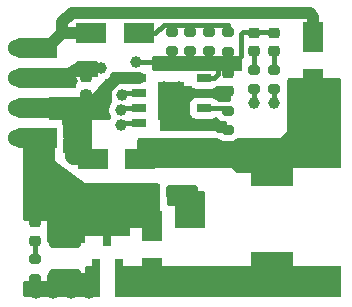
<source format=gtl>
G04 #@! TF.GenerationSoftware,KiCad,Pcbnew,(6.0.8)*
G04 #@! TF.CreationDate,2023-05-10T13:59:01+02:00*
G04 #@! TF.ProjectId,02_Batt_Alim,30325f42-6174-4745-9f41-6c696d2e6b69,rev?*
G04 #@! TF.SameCoordinates,Original*
G04 #@! TF.FileFunction,Copper,L1,Top*
G04 #@! TF.FilePolarity,Positive*
%FSLAX46Y46*%
G04 Gerber Fmt 4.6, Leading zero omitted, Abs format (unit mm)*
G04 Created by KiCad (PCBNEW (6.0.8)) date 2023-05-10 13:59:01*
%MOMM*%
%LPD*%
G01*
G04 APERTURE LIST*
G04 Aperture macros list*
%AMRoundRect*
0 Rectangle with rounded corners*
0 $1 Rounding radius*
0 $2 $3 $4 $5 $6 $7 $8 $9 X,Y pos of 4 corners*
0 Add a 4 corners polygon primitive as box body*
4,1,4,$2,$3,$4,$5,$6,$7,$8,$9,$2,$3,0*
0 Add four circle primitives for the rounded corners*
1,1,$1+$1,$2,$3*
1,1,$1+$1,$4,$5*
1,1,$1+$1,$6,$7*
1,1,$1+$1,$8,$9*
0 Add four rect primitives between the rounded corners*
20,1,$1+$1,$2,$3,$4,$5,0*
20,1,$1+$1,$4,$5,$6,$7,0*
20,1,$1+$1,$6,$7,$8,$9,0*
20,1,$1+$1,$8,$9,$2,$3,0*%
%AMFreePoly0*
4,1,19,2.294749,0.844703,2.473926,0.804652,2.640323,0.727060,2.786177,0.615546,2.904682,0.475314,2.990310,0.312906,3.039066,0.135899,3.048675,-0.047448,3.018688,-0.228582,2.950505,-0.399051,2.847308,-0.550902,2.713909,-0.677050,2.556534,-0.771611,2.382525,-0.830171,2.200000,-0.850000,-0.850000,-0.850000,-0.850000,0.850000,2.200000,0.850000,2.294749,0.844703,2.294749,0.844703,
$1*%
G04 Aperture macros list end*
G04 #@! TA.AperFunction,ComponentPad*
%ADD10C,1.000000*%
G04 #@! TD*
G04 #@! TA.AperFunction,SMDPad,CuDef*
%ADD11R,2.200000X3.300000*%
G04 #@! TD*
G04 #@! TA.AperFunction,SMDPad,CuDef*
%ADD12R,1.300000X0.700000*%
G04 #@! TD*
G04 #@! TA.AperFunction,ComponentPad*
%ADD13FreePoly0,180.000000*%
G04 #@! TD*
G04 #@! TA.AperFunction,ComponentPad*
%ADD14C,1.524000*%
G04 #@! TD*
G04 #@! TA.AperFunction,SMDPad,CuDef*
%ADD15R,2.500000X1.800000*%
G04 #@! TD*
G04 #@! TA.AperFunction,SMDPad,CuDef*
%ADD16R,1.800000X2.500000*%
G04 #@! TD*
G04 #@! TA.AperFunction,SMDPad,CuDef*
%ADD17RoundRect,0.225000X-0.250000X0.225000X-0.250000X-0.225000X0.250000X-0.225000X0.250000X0.225000X0*%
G04 #@! TD*
G04 #@! TA.AperFunction,SMDPad,CuDef*
%ADD18RoundRect,0.250000X-1.100000X0.325000X-1.100000X-0.325000X1.100000X-0.325000X1.100000X0.325000X0*%
G04 #@! TD*
G04 #@! TA.AperFunction,SMDPad,CuDef*
%ADD19RoundRect,0.218750X0.256250X-0.218750X0.256250X0.218750X-0.256250X0.218750X-0.256250X-0.218750X0*%
G04 #@! TD*
G04 #@! TA.AperFunction,SMDPad,CuDef*
%ADD20R,3.600000X2.700000*%
G04 #@! TD*
G04 #@! TA.AperFunction,SMDPad,CuDef*
%ADD21RoundRect,0.200000X-0.275000X0.200000X-0.275000X-0.200000X0.275000X-0.200000X0.275000X0.200000X0*%
G04 #@! TD*
G04 #@! TA.AperFunction,SMDPad,CuDef*
%ADD22RoundRect,0.200000X0.275000X-0.200000X0.275000X0.200000X-0.275000X0.200000X-0.275000X-0.200000X0*%
G04 #@! TD*
G04 #@! TA.AperFunction,SMDPad,CuDef*
%ADD23R,0.800000X1.900000*%
G04 #@! TD*
G04 #@! TA.AperFunction,ViaPad*
%ADD24C,1.000000*%
G04 #@! TD*
G04 #@! TA.AperFunction,Conductor*
%ADD25C,0.400000*%
G04 #@! TD*
G04 #@! TA.AperFunction,Conductor*
%ADD26C,1.000000*%
G04 #@! TD*
G04 APERTURE END LIST*
D10*
X115275000Y-70490000D03*
X114005000Y-70490000D03*
X115275000Y-69347000D03*
X114005000Y-69347000D03*
D11*
X114640000Y-70490000D03*
D12*
X117390000Y-72395000D03*
D10*
X115275000Y-71633000D03*
X114005000Y-71633000D03*
D11*
X114640000Y-70490000D03*
D12*
X117390000Y-71125000D03*
X117390000Y-69855000D03*
X117390000Y-68585000D03*
X111890000Y-68585000D03*
X111890000Y-69855000D03*
X111890000Y-71125000D03*
X111890000Y-72395000D03*
D13*
X104140000Y-73660000D03*
D14*
X101600000Y-73660000D03*
D13*
X104140000Y-71120000D03*
D14*
X101600000Y-71120000D03*
D13*
X104140000Y-68580000D03*
D14*
X101600000Y-68580000D03*
D13*
X104140000Y-66040000D03*
D14*
X101600000Y-66040000D03*
D15*
X111855000Y-64770000D03*
X107855000Y-64770000D03*
X111982000Y-75438000D03*
X107982000Y-75438000D03*
D16*
X113030000Y-81058000D03*
X113030000Y-85058000D03*
X126669800Y-69056000D03*
X126669800Y-65056000D03*
D17*
X119405400Y-68109800D03*
X119405400Y-69659800D03*
X107390000Y-68465000D03*
X107390000Y-70015000D03*
D18*
X105664000Y-82345000D03*
X105664000Y-85295000D03*
X115570000Y-75233000D03*
X115570000Y-78183000D03*
D19*
X123367800Y-66280900D03*
X123367800Y-64705900D03*
X121640600Y-66280900D03*
X121640600Y-64705900D03*
X103124000Y-82321500D03*
X103124000Y-80746500D03*
D20*
X123190000Y-84668000D03*
X123190000Y-76368000D03*
D21*
X123367800Y-67843400D03*
X123367800Y-69493400D03*
X119405400Y-71311000D03*
X119405400Y-72961000D03*
X121640600Y-67843400D03*
X121640600Y-69493400D03*
D22*
X117856000Y-66306200D03*
X117856000Y-64656200D03*
X116255800Y-66306200D03*
X116255800Y-64656200D03*
X114655600Y-66306200D03*
X114655600Y-64656200D03*
X119430800Y-66315000D03*
X119430800Y-64665000D03*
D21*
X103124000Y-83915000D03*
X103124000Y-85565000D03*
D23*
X108270000Y-84840000D03*
X110170000Y-84840000D03*
X109220000Y-81840000D03*
D24*
X115519200Y-79654400D03*
X116687600Y-79705200D03*
X107640000Y-86740000D03*
X106140000Y-86740000D03*
X104640000Y-86740000D03*
X103140000Y-86740000D03*
X106240000Y-68840000D03*
X116052600Y-80721200D03*
X108640000Y-67740000D03*
X110390000Y-72490000D03*
X111640000Y-67240000D03*
X123367800Y-70688200D03*
X110390000Y-71240000D03*
X121640600Y-70688200D03*
X110440000Y-70034239D03*
D25*
X126669800Y-71069200D02*
X123190000Y-74549000D01*
X123190000Y-74549000D02*
X123190000Y-76368000D01*
X126669800Y-69056000D02*
X126669800Y-71069200D01*
X119048000Y-75233000D02*
X120183000Y-76368000D01*
X120183000Y-76368000D02*
X123190000Y-76368000D01*
X115570000Y-75233000D02*
X119048000Y-75233000D01*
X115444800Y-75107800D02*
X115570000Y-75233000D01*
X113639600Y-75107800D02*
X115444800Y-75107800D01*
X113309400Y-75438000D02*
X113639600Y-75107800D01*
X111982000Y-75438000D02*
X113309400Y-75438000D01*
X109677200Y-80137000D02*
X109118400Y-80137000D01*
X110413800Y-79400400D02*
X109677200Y-80137000D01*
X112776000Y-79400400D02*
X110413800Y-79400400D01*
X113030000Y-79654400D02*
X112776000Y-79400400D01*
X113030000Y-81058000D02*
X113030000Y-79654400D01*
X103124000Y-79603600D02*
X104140000Y-78587600D01*
X103124000Y-80746500D02*
X103124000Y-79603600D01*
X105664000Y-80162400D02*
X105689400Y-80137000D01*
X105664000Y-82345000D02*
X105664000Y-80162400D01*
X104140000Y-78587600D02*
X104140000Y-78384400D01*
X105689400Y-80137000D02*
X104140000Y-78587600D01*
X104140000Y-78384400D02*
X104140000Y-73660000D01*
X109118400Y-80137000D02*
X105689400Y-80137000D01*
X109220000Y-80238600D02*
X109118400Y-80137000D01*
X109220000Y-81840000D02*
X109220000Y-80238600D01*
X103124000Y-80746500D02*
X103124000Y-79883000D01*
X116052600Y-79832200D02*
X116179600Y-79705200D01*
X116179600Y-79705200D02*
X115570000Y-79705200D01*
X116687600Y-79705200D02*
X116179600Y-79705200D01*
X116052600Y-80721200D02*
X116052600Y-79832200D01*
X115570000Y-79705200D02*
X115519200Y-79654400D01*
X115570000Y-79603600D02*
X115519200Y-79654400D01*
X115570000Y-78183000D02*
X115570000Y-79603600D01*
X123215400Y-86563200D02*
X123139200Y-86639400D01*
X123190000Y-86537800D02*
X123215400Y-86563200D01*
X123190000Y-84668000D02*
X123190000Y-86537800D01*
X123139200Y-86639400D02*
X113030000Y-86639400D01*
X113030000Y-86639400D02*
X113030000Y-85058000D01*
X110439200Y-86639400D02*
X113030000Y-86639400D01*
X110170000Y-86370200D02*
X110439200Y-86639400D01*
X110170000Y-84840000D02*
X110170000Y-86370200D01*
X108270000Y-86110000D02*
X107640000Y-86740000D01*
X108270000Y-84840000D02*
X108270000Y-86110000D01*
X107640000Y-86740000D02*
X105512600Y-86740000D01*
X105664000Y-86588600D02*
X105512600Y-86740000D01*
X105512600Y-86740000D02*
X103140000Y-86740000D01*
X105664000Y-85295000D02*
X105664000Y-86588600D01*
X103124000Y-85565000D02*
X103124000Y-86724000D01*
X103124000Y-86724000D02*
X103140000Y-86740000D01*
X103124000Y-82321500D02*
X103124000Y-83915000D01*
D26*
X107640000Y-71709400D02*
X107640000Y-70990000D01*
X106121200Y-73228200D02*
X107640000Y-71709400D01*
X106121200Y-75260200D02*
X106121200Y-73228200D01*
X106299000Y-75438000D02*
X106121200Y-75260200D01*
X107982000Y-75438000D02*
X106299000Y-75438000D01*
D25*
X123367800Y-69493400D02*
X123367800Y-70688200D01*
X121640600Y-69493400D02*
X121640600Y-70688200D01*
D26*
X105410000Y-63830200D02*
X105410000Y-64770000D01*
X106197400Y-63042800D02*
X105410000Y-63830200D01*
X126365000Y-63042800D02*
X106197400Y-63042800D01*
X126669800Y-65056000D02*
X126669800Y-63347600D01*
X126669800Y-63347600D02*
X126365000Y-63042800D01*
D25*
X113258600Y-64770000D02*
X113985800Y-64042800D01*
X113985800Y-64042800D02*
X114655600Y-64042800D01*
X111855000Y-64770000D02*
X113258600Y-64770000D01*
X116255800Y-64052200D02*
X116265200Y-64042800D01*
X116255800Y-64656200D02*
X116255800Y-64052200D01*
X116265200Y-64042800D02*
X114655600Y-64042800D01*
X117713000Y-64042800D02*
X116265200Y-64042800D01*
X117856000Y-64109600D02*
X117922800Y-64042800D01*
X117922800Y-64042800D02*
X117713000Y-64042800D01*
X117856000Y-64656200D02*
X117856000Y-64109600D01*
X119430800Y-64042800D02*
X117922800Y-64042800D01*
X119430800Y-64665000D02*
X119430800Y-64042800D01*
X114655600Y-64042800D02*
X114655600Y-64656200D01*
X123367800Y-66280900D02*
X123367800Y-67843400D01*
X121640600Y-66280900D02*
X121640600Y-67843400D01*
X118165800Y-69855000D02*
X117390000Y-69855000D01*
X119380000Y-70332600D02*
X118643400Y-70332600D01*
X119405400Y-70307200D02*
X119380000Y-70332600D01*
X119405400Y-69659800D02*
X119405400Y-70307200D01*
X118643400Y-70332600D02*
X118165800Y-69855000D01*
X118579400Y-72961000D02*
X119405400Y-72961000D01*
X118013400Y-72395000D02*
X118579400Y-72961000D01*
X117390000Y-72395000D02*
X118013400Y-72395000D01*
X119219400Y-71125000D02*
X119405400Y-71311000D01*
X117390000Y-71125000D02*
X119219400Y-71125000D01*
X118561000Y-68256000D02*
X118561000Y-67240000D01*
X118232000Y-68585000D02*
X118561000Y-68256000D01*
X118561000Y-67240000D02*
X119373800Y-67240000D01*
X117748200Y-67240000D02*
X118561000Y-67240000D01*
X117390000Y-68585000D02*
X118232000Y-68585000D01*
X117856000Y-66306200D02*
X117856000Y-67132200D01*
X117856000Y-67132200D02*
X117748200Y-67240000D01*
X116148000Y-67240000D02*
X117748200Y-67240000D01*
X116255800Y-67132200D02*
X116148000Y-67240000D01*
X116255800Y-66306200D02*
X116255800Y-67132200D01*
X114640000Y-67240000D02*
X116148000Y-67240000D01*
X120675400Y-64668400D02*
X123330300Y-64668400D01*
X120523000Y-66700400D02*
X120523000Y-64820800D01*
X123330300Y-64668400D02*
X123367800Y-64705900D01*
X120040400Y-67183000D02*
X120523000Y-66700400D01*
X120523000Y-64820800D02*
X120675400Y-64668400D01*
X119430800Y-67183000D02*
X120040400Y-67183000D01*
X119405400Y-67208400D02*
X119430800Y-67183000D01*
X119405400Y-68109800D02*
X119405400Y-67208400D01*
X119430800Y-67183000D02*
X119430800Y-66315000D01*
X119373800Y-67240000D02*
X119430800Y-67183000D01*
D26*
X104140000Y-66040000D02*
X105410000Y-64770000D01*
X105410000Y-64770000D02*
X107855000Y-64770000D01*
D25*
X105800000Y-68580000D02*
X106640000Y-67740000D01*
X115275000Y-69855000D02*
X114640000Y-70490000D01*
X107390000Y-68452500D02*
X107390000Y-67740000D01*
X117390000Y-69855000D02*
X115275000Y-69855000D01*
X106640000Y-67740000D02*
X107390000Y-67740000D01*
X117390000Y-72395000D02*
X116545000Y-72395000D01*
X104140000Y-68580000D02*
X102870000Y-68580000D01*
X102870000Y-68580000D02*
X101600000Y-68580000D01*
X116545000Y-72395000D02*
X114640000Y-70490000D01*
X102870000Y-68580000D02*
X105800000Y-68580000D01*
X107390000Y-67740000D02*
X108640000Y-67740000D01*
X114640000Y-66277500D02*
X114640000Y-67240000D01*
X111640000Y-67240000D02*
X112640000Y-67240000D01*
X111890000Y-72395000D02*
X110485000Y-72395000D01*
X110485000Y-72395000D02*
X110390000Y-72490000D01*
X114640000Y-67240000D02*
X112640000Y-67240000D01*
D26*
X111890000Y-68585000D02*
X110045000Y-68585000D01*
X108640000Y-70990000D02*
X107640000Y-70990000D01*
X104140000Y-71120000D02*
X107010000Y-71120000D01*
X109140000Y-69490000D02*
X109140000Y-70490000D01*
X110045000Y-68585000D02*
X109140000Y-69490000D01*
X109140000Y-70490000D02*
X108640000Y-70990000D01*
X107390000Y-70027500D02*
X107390000Y-70740000D01*
X107010000Y-71120000D02*
X107390000Y-70740000D01*
D25*
X104140000Y-71120000D02*
X101600000Y-71120000D01*
D26*
X107040000Y-71150000D02*
X107010000Y-71120000D01*
X107390000Y-70740000D02*
X107640000Y-70990000D01*
X101600000Y-66040000D02*
X104140000Y-66040000D01*
X101600000Y-66040000D02*
X102870000Y-66040000D01*
D25*
X110505000Y-71125000D02*
X110390000Y-71240000D01*
X111890000Y-71125000D02*
X110505000Y-71125000D01*
X110619239Y-69855000D02*
X110440000Y-70034239D01*
X111890000Y-69855000D02*
X110619239Y-69855000D01*
G04 #@! TA.AperFunction,Conductor*
G36*
X111045652Y-68060002D02*
G01*
X111051894Y-68064632D01*
X111051898Y-68064626D01*
X111056958Y-68068143D01*
X111061650Y-68072136D01*
X111234294Y-68168624D01*
X111422392Y-68229740D01*
X111618777Y-68253158D01*
X111624912Y-68252686D01*
X111624914Y-68252686D01*
X111809830Y-68238457D01*
X111809834Y-68238456D01*
X111815972Y-68237984D01*
X111880118Y-68220074D01*
X111951107Y-68221021D01*
X112010316Y-68260197D01*
X112038945Y-68325166D01*
X112040000Y-68341433D01*
X112040000Y-68870500D01*
X112019998Y-68938621D01*
X111966342Y-68985114D01*
X111914000Y-68996500D01*
X111191866Y-68996500D01*
X111129684Y-69003255D01*
X111082659Y-69020884D01*
X111053055Y-69031982D01*
X111008825Y-69040000D01*
X110635559Y-69040000D01*
X110622389Y-69039310D01*
X110453204Y-69021528D01*
X110453202Y-69021528D01*
X110447075Y-69020884D01*
X110250112Y-69038809D01*
X110250092Y-69038590D01*
X110235169Y-69040000D01*
X109540000Y-69040000D01*
X109540000Y-69545498D01*
X109524415Y-69606198D01*
X109508567Y-69635026D01*
X109506703Y-69640901D01*
X109506702Y-69640904D01*
X109466187Y-69768624D01*
X109448765Y-69823545D01*
X109426719Y-70020090D01*
X109443268Y-70217173D01*
X109497783Y-70407289D01*
X109500602Y-70412774D01*
X109526066Y-70462321D01*
X109540000Y-70519916D01*
X109540000Y-70660308D01*
X109524415Y-70721009D01*
X109458567Y-70840787D01*
X109398765Y-71029306D01*
X109376719Y-71225851D01*
X109393268Y-71422934D01*
X109447783Y-71613050D01*
X109503625Y-71721705D01*
X109526066Y-71765371D01*
X109540000Y-71822966D01*
X109540000Y-71910308D01*
X109524415Y-71971009D01*
X109467410Y-72074701D01*
X109417064Y-72124759D01*
X109356995Y-72140000D01*
X104366000Y-72140000D01*
X104297879Y-72119998D01*
X104251386Y-72066342D01*
X104240000Y-72014000D01*
X104240000Y-70266000D01*
X104260002Y-70197879D01*
X104313658Y-70151386D01*
X104366000Y-70140000D01*
X107840000Y-70140000D01*
X107932097Y-70026234D01*
X109009014Y-68695924D01*
X109050136Y-68662737D01*
X109182996Y-68595625D01*
X109338847Y-68473861D01*
X109432489Y-68365376D01*
X109464049Y-68328813D01*
X109464050Y-68328811D01*
X109468078Y-68324145D01*
X109565769Y-68152179D01*
X109574402Y-68126227D01*
X109614884Y-68067903D01*
X109680472Y-68040724D01*
X109693960Y-68040000D01*
X110977531Y-68040000D01*
X111045652Y-68060002D01*
G37*
G04 #@! TD.AperFunction*
G04 #@! TA.AperFunction,Conductor*
G36*
X108382121Y-67160002D02*
G01*
X108428614Y-67213658D01*
X108440000Y-67266000D01*
X108440000Y-68314000D01*
X108419998Y-68382121D01*
X108366342Y-68428614D01*
X108314000Y-68440000D01*
X106540000Y-68440000D01*
X106540000Y-69314000D01*
X106519998Y-69382121D01*
X106466342Y-69428614D01*
X106414000Y-69440000D01*
X104266000Y-69440000D01*
X104197879Y-69419998D01*
X104151386Y-69366342D01*
X104140000Y-69314000D01*
X104140000Y-67866000D01*
X104160002Y-67797879D01*
X104213658Y-67751386D01*
X104266000Y-67740000D01*
X105840000Y-67740000D01*
X106606400Y-67165200D01*
X106672898Y-67140329D01*
X106682000Y-67140000D01*
X108314000Y-67140000D01*
X108382121Y-67160002D01*
G37*
G04 #@! TD.AperFunction*
G04 #@! TA.AperFunction,Conductor*
G36*
X128973621Y-68600002D02*
G01*
X129020114Y-68653658D01*
X129031500Y-68706000D01*
X129031500Y-76074000D01*
X129011498Y-76142121D01*
X128957842Y-76188614D01*
X128905500Y-76200000D01*
X111886000Y-76200000D01*
X111817879Y-76179998D01*
X111771386Y-76126342D01*
X111760000Y-76074000D01*
X111760000Y-73786000D01*
X111780002Y-73717879D01*
X111833658Y-73671386D01*
X111886000Y-73660000D01*
X118451270Y-73660000D01*
X118474232Y-73662110D01*
X118486462Y-73664377D01*
X118534586Y-73673296D01*
X118542166Y-73672859D01*
X118542167Y-73672859D01*
X118554861Y-73672127D01*
X118578492Y-73670764D01*
X118647650Y-73686811D01*
X118674840Y-73707460D01*
X118690019Y-73722639D01*
X118836701Y-73811472D01*
X118843948Y-73813743D01*
X118843950Y-73813744D01*
X118910236Y-73834517D01*
X119000338Y-73862753D01*
X119073765Y-73869500D01*
X119076663Y-73869500D01*
X119406260Y-73869499D01*
X119737034Y-73869499D01*
X119739892Y-73869236D01*
X119739901Y-73869236D01*
X119775404Y-73865974D01*
X119810462Y-73862753D01*
X119816847Y-73860752D01*
X119966850Y-73813744D01*
X119966852Y-73813743D01*
X119974099Y-73811472D01*
X120120781Y-73722639D01*
X120146515Y-73696905D01*
X120208827Y-73662879D01*
X120235610Y-73660000D01*
X124460000Y-73660000D01*
X124460000Y-68706000D01*
X124480002Y-68637879D01*
X124533658Y-68591386D01*
X124586000Y-68580000D01*
X128905500Y-68580000D01*
X128973621Y-68600002D01*
G37*
G04 #@! TD.AperFunction*
G04 #@! TA.AperFunction,Conductor*
G36*
X128973621Y-84475002D02*
G01*
X129020114Y-84528658D01*
X129031500Y-84581000D01*
X129031500Y-86995500D01*
X129011498Y-87063621D01*
X128957842Y-87110114D01*
X128905500Y-87121500D01*
X109981000Y-87121500D01*
X109912879Y-87101498D01*
X109866386Y-87047842D01*
X109855000Y-86995500D01*
X109855000Y-84581000D01*
X109875002Y-84512879D01*
X109928658Y-84466386D01*
X109981000Y-84455000D01*
X128905500Y-84455000D01*
X128973621Y-84475002D01*
G37*
G04 #@! TD.AperFunction*
G04 #@! TA.AperFunction,Conductor*
G36*
X108527121Y-84475002D02*
G01*
X108573614Y-84528658D01*
X108585000Y-84581000D01*
X108585000Y-86995500D01*
X108564998Y-87063621D01*
X108511342Y-87110114D01*
X108459000Y-87121500D01*
X102234500Y-87121500D01*
X102166379Y-87101498D01*
X102119886Y-87047842D01*
X102108500Y-86995500D01*
X102108500Y-85851000D01*
X102128502Y-85782879D01*
X102182158Y-85736386D01*
X102234500Y-85725000D01*
X104140000Y-85725000D01*
X104140000Y-85216000D01*
X104160002Y-85147879D01*
X104213658Y-85101386D01*
X104266000Y-85090000D01*
X107315000Y-85090000D01*
X107315000Y-84581000D01*
X107335002Y-84512879D01*
X107388658Y-84466386D01*
X107441000Y-84455000D01*
X108459000Y-84455000D01*
X108527121Y-84475002D01*
G37*
G04 #@! TD.AperFunction*
G04 #@! TA.AperFunction,Conductor*
G36*
X104717121Y-73045002D02*
G01*
X104763614Y-73098658D01*
X104775000Y-73151000D01*
X104775000Y-75565000D01*
X107315000Y-77470000D01*
X113539000Y-77470000D01*
X113607121Y-77490002D01*
X113653614Y-77543658D01*
X113665000Y-77596000D01*
X113665000Y-81154000D01*
X113644998Y-81222121D01*
X113591342Y-81268614D01*
X113539000Y-81280000D01*
X111125000Y-81280000D01*
X111125000Y-81789000D01*
X111104998Y-81857121D01*
X111051342Y-81903614D01*
X110999000Y-81915000D01*
X107315000Y-81915000D01*
X107315000Y-82424000D01*
X107294998Y-82492121D01*
X107241342Y-82538614D01*
X107189000Y-82550000D01*
X104266000Y-82550000D01*
X104197879Y-82529998D01*
X104151386Y-82476342D01*
X104140000Y-82424000D01*
X104140000Y-80645000D01*
X102234500Y-80645000D01*
X102166379Y-80624998D01*
X102119886Y-80571342D01*
X102108500Y-80519000D01*
X102108500Y-73151000D01*
X102128502Y-73082879D01*
X102182158Y-73036386D01*
X102234500Y-73025000D01*
X104649000Y-73025000D01*
X104717121Y-73045002D01*
G37*
G04 #@! TD.AperFunction*
G04 #@! TA.AperFunction,Conductor*
G36*
X117417121Y-78125002D02*
G01*
X117463614Y-78178658D01*
X117475000Y-78231000D01*
X117475000Y-81154000D01*
X117454998Y-81222121D01*
X117401342Y-81268614D01*
X117349000Y-81280000D01*
X115061000Y-81280000D01*
X114992879Y-81259998D01*
X114946386Y-81206342D01*
X114935000Y-81154000D01*
X114935000Y-79375000D01*
X114426000Y-79375000D01*
X114357879Y-79354998D01*
X114311386Y-79301342D01*
X114300000Y-79249000D01*
X114300000Y-78231000D01*
X114320002Y-78162879D01*
X114373658Y-78116386D01*
X114426000Y-78105000D01*
X117349000Y-78105000D01*
X117417121Y-78125002D01*
G37*
G04 #@! TD.AperFunction*
G04 #@! TA.AperFunction,Conductor*
G36*
X107950000Y-74804000D02*
G01*
X107929998Y-74872121D01*
X107876342Y-74918614D01*
X107824000Y-74930000D01*
X105553269Y-74930000D01*
X105485148Y-74909998D01*
X105438655Y-74856342D01*
X105428551Y-74786068D01*
X105438653Y-74751662D01*
X105482919Y-74654734D01*
X105503729Y-74510000D01*
X105503729Y-73737581D01*
X105503925Y-73730548D01*
X105506514Y-73684243D01*
X105506514Y-73684238D01*
X105506704Y-73680840D01*
X105503902Y-73627377D01*
X105503729Y-73620782D01*
X105503729Y-72810000D01*
X105498500Y-72736889D01*
X105457304Y-72596589D01*
X105430003Y-72554108D01*
X105410000Y-72485986D01*
X105410000Y-71755000D01*
X107950000Y-71755000D01*
X107950000Y-74804000D01*
G37*
G04 #@! TD.AperFunction*
G04 #@! TA.AperFunction,Conductor*
G36*
X120592121Y-66695002D02*
G01*
X120638614Y-66748658D01*
X120650000Y-66801000D01*
X120650000Y-67819000D01*
X120629998Y-67887121D01*
X120576342Y-67933614D01*
X120524000Y-67945000D01*
X113156000Y-67945000D01*
X113087879Y-67924998D01*
X113041386Y-67871342D01*
X113030000Y-67819000D01*
X113030000Y-66801000D01*
X113050002Y-66732879D01*
X113103658Y-66686386D01*
X113156000Y-66675000D01*
X120524000Y-66675000D01*
X120592121Y-66695002D01*
G37*
G04 #@! TD.AperFunction*
G04 #@! TA.AperFunction,Conductor*
G36*
X116319432Y-69235002D02*
G01*
X116352135Y-69265432D01*
X116376739Y-69298261D01*
X116493295Y-69385615D01*
X116629684Y-69436745D01*
X116691866Y-69443500D01*
X118088134Y-69443500D01*
X118150316Y-69436745D01*
X118286705Y-69385615D01*
X118403261Y-69298261D01*
X118408642Y-69291081D01*
X118409401Y-69290322D01*
X118447849Y-69264044D01*
X118496813Y-69242550D01*
X118502904Y-69240065D01*
X118547711Y-69223134D01*
X118592248Y-69215000D01*
X119254000Y-69215000D01*
X119322121Y-69235002D01*
X119368614Y-69288658D01*
X119380000Y-69341000D01*
X119380000Y-70276501D01*
X119359998Y-70344622D01*
X119306342Y-70391115D01*
X119254001Y-70402501D01*
X119073766Y-70402501D01*
X119070908Y-70402764D01*
X119070899Y-70402764D01*
X119023145Y-70407152D01*
X119000338Y-70409247D01*
X118993962Y-70411245D01*
X118987402Y-70412559D01*
X118987291Y-70412004D01*
X118957913Y-70416500D01*
X118451589Y-70416500D01*
X118383468Y-70396498D01*
X118376024Y-70391326D01*
X118286705Y-70324385D01*
X118150316Y-70273255D01*
X118088134Y-70266500D01*
X116691866Y-70266500D01*
X116629684Y-70273255D01*
X116493295Y-70324385D01*
X116376739Y-70411739D01*
X116289385Y-70528295D01*
X116238255Y-70664684D01*
X116231500Y-70726866D01*
X116231500Y-71523134D01*
X116238255Y-71585316D01*
X116289385Y-71721705D01*
X116376739Y-71838261D01*
X116493295Y-71925615D01*
X116629684Y-71976745D01*
X116691866Y-71983500D01*
X118088134Y-71983500D01*
X118150316Y-71976745D01*
X118286705Y-71925615D01*
X118358679Y-71871673D01*
X118425187Y-71846825D01*
X118494569Y-71861878D01*
X118542021Y-71907228D01*
X118568761Y-71951381D01*
X118690019Y-72072639D01*
X118836701Y-72161472D01*
X118843948Y-72163743D01*
X118843950Y-72163744D01*
X118910236Y-72184517D01*
X119000338Y-72212753D01*
X119073765Y-72219500D01*
X119254000Y-72219500D01*
X119322121Y-72239502D01*
X119368614Y-72293158D01*
X119380000Y-72345500D01*
X119380000Y-72899000D01*
X119359998Y-72967121D01*
X119306342Y-73013614D01*
X119254000Y-73025000D01*
X113791000Y-73025000D01*
X113722879Y-73004998D01*
X113676386Y-72951342D01*
X113665000Y-72899000D01*
X113665000Y-69341000D01*
X113685002Y-69272879D01*
X113738658Y-69226386D01*
X113791000Y-69215000D01*
X116251311Y-69215000D01*
X116319432Y-69235002D01*
G37*
G04 #@! TD.AperFunction*
M02*

</source>
